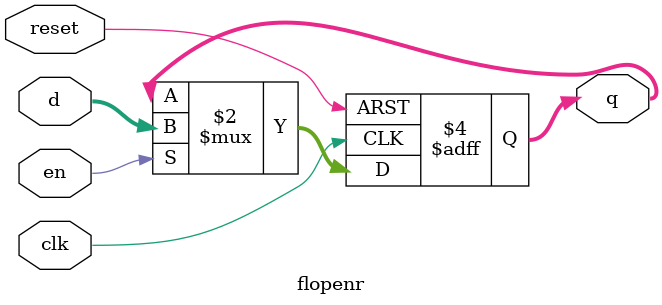
<source format=sv>
module flopenr #(parameter WIDTH = 8)
				    (input logic 				 clk, reset, en,
					  input logic  [WIDTH-1:0] d,
					  output logic [WIDTH-1:0] q
					  );


	always_ff @(posedge clk, posedge reset)
		if (reset)   q <= 0;
		else if (en) q <= d;

endmodule
</source>
